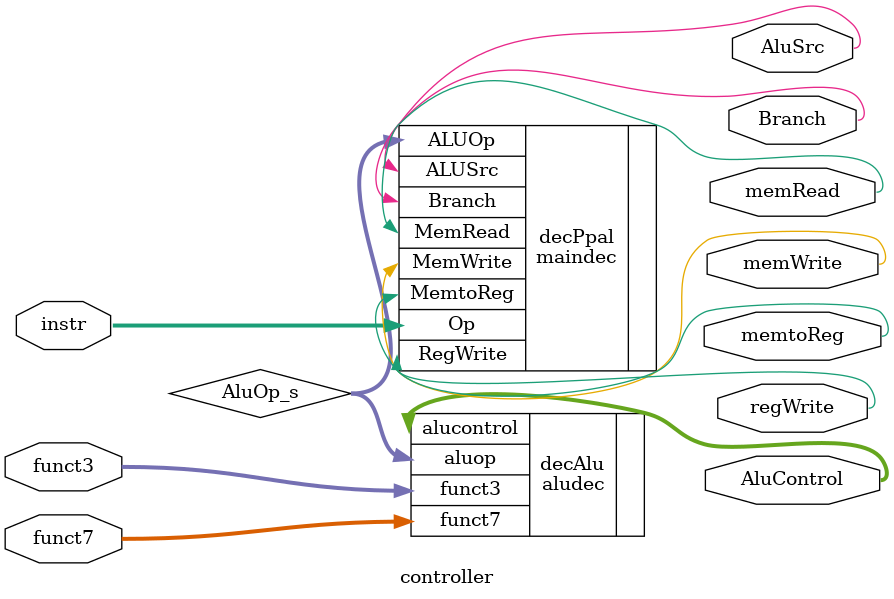
<source format=sv>

module controller(input logic [6:0] instr, funct7,
				  input logic [2:0] funct3,
				  output logic [3:0] AluControl,						
				  output logic regWrite, AluSrc, memtoReg, memRead, 
				  output logic memWrite, Branch);
											
	logic [1:0] AluOp_s;
											
	maindec decPpal (.Op(instr), 
					.ALUSrc(AluSrc), 
					.MemtoReg(memtoReg), 
					.RegWrite(regWrite), 
					.MemRead(memRead), 
					.MemWrite(memWrite), 
					.Branch(Branch), 
					.ALUOp(AluOp_s));			
								
	aludec decAlu (.funct3(funct3), 
				   .funct7(funct7),
				   .aluop(AluOp_s), 
				   .alucontrol(AluControl));
			
endmodule

</source>
